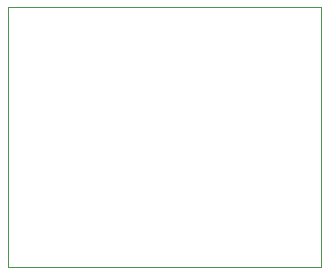
<source format=gbr>
%TF.GenerationSoftware,KiCad,Pcbnew,7.0.1*%
%TF.CreationDate,2023-06-22T18:49:49-04:00*%
%TF.ProjectId,injection-t,696e6a65-6374-4696-9f6e-2d742e6b6963,1*%
%TF.SameCoordinates,Original*%
%TF.FileFunction,Profile,NP*%
%FSLAX46Y46*%
G04 Gerber Fmt 4.6, Leading zero omitted, Abs format (unit mm)*
G04 Created by KiCad (PCBNEW 7.0.1) date 2023-06-22 18:49:49*
%MOMM*%
%LPD*%
G01*
G04 APERTURE LIST*
%TA.AperFunction,Profile*%
%ADD10C,0.100000*%
%TD*%
G04 APERTURE END LIST*
D10*
X128500000Y-96000000D02*
X155000000Y-96000000D01*
X155000000Y-118000000D01*
X128500000Y-118000000D01*
X128500000Y-96000000D01*
M02*

</source>
